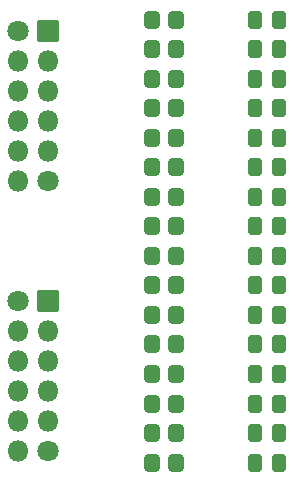
<source format=gts>
%TF.GenerationSoftware,KiCad,Pcbnew,6.0.4-6f826c9f35~116~ubuntu20.04.1*%
%TF.CreationDate,2022-04-18T14:08:09+07:00*%
%TF.ProjectId,pmod-thin-16-leds,706d6f64-2d74-4686-996e-2d31362d6c65,1.0*%
%TF.SameCoordinates,Original*%
%TF.FileFunction,Soldermask,Top*%
%TF.FilePolarity,Negative*%
%FSLAX46Y46*%
G04 Gerber Fmt 4.6, Leading zero omitted, Abs format (unit mm)*
G04 Created by KiCad (PCBNEW 6.0.4-6f826c9f35~116~ubuntu20.04.1) date 2022-04-18 14:08:09*
%MOMM*%
%LPD*%
G01*
G04 APERTURE LIST*
G04 Aperture macros list*
%AMRoundRect*
0 Rectangle with rounded corners*
0 $1 Rounding radius*
0 $2 $3 $4 $5 $6 $7 $8 $9 X,Y pos of 4 corners*
0 Add a 4 corners polygon primitive as box body*
4,1,4,$2,$3,$4,$5,$6,$7,$8,$9,$2,$3,0*
0 Add four circle primitives for the rounded corners*
1,1,$1+$1,$2,$3*
1,1,$1+$1,$4,$5*
1,1,$1+$1,$6,$7*
1,1,$1+$1,$8,$9*
0 Add four rect primitives between the rounded corners*
20,1,$1+$1,$2,$3,$4,$5,0*
20,1,$1+$1,$4,$5,$6,$7,0*
20,1,$1+$1,$6,$7,$8,$9,0*
20,1,$1+$1,$8,$9,$2,$3,0*%
G04 Aperture macros list end*
%ADD10RoundRect,0.050800X0.850000X0.850000X-0.850000X0.850000X-0.850000X-0.850000X0.850000X-0.850000X0*%
%ADD11O,1.801600X1.801600*%
%ADD12C,1.801600*%
%ADD13RoundRect,0.300800X-0.350000X-0.450000X0.350000X-0.450000X0.350000X0.450000X-0.350000X0.450000X0*%
%ADD14RoundRect,0.300800X0.325000X0.450000X-0.325000X0.450000X-0.325000X-0.450000X0.325000X-0.450000X0*%
G04 APERTURE END LIST*
D10*
%TO.C,J1*%
X102710000Y-74220000D03*
D11*
X102710000Y-76760000D03*
X102710000Y-79300000D03*
X102710000Y-81840000D03*
X102710000Y-84380000D03*
D12*
X102710000Y-86920000D03*
X100170000Y-74220000D03*
D11*
X100170000Y-76760000D03*
X100170000Y-79300000D03*
X100170000Y-81840000D03*
X100170000Y-84380000D03*
X100170000Y-86920000D03*
%TD*%
D13*
%TO.C,R5*%
X111560000Y-83250000D03*
X113560000Y-83250000D03*
%TD*%
D14*
%TO.C,D04*%
X122285000Y-80750000D03*
X120235000Y-80750000D03*
%TD*%
D13*
%TO.C,R16*%
X111560000Y-110750000D03*
X113560000Y-110750000D03*
%TD*%
%TO.C,R11*%
X111560000Y-98250000D03*
X113560000Y-98250000D03*
%TD*%
%TO.C,R2*%
X111560000Y-75750000D03*
X113560000Y-75750000D03*
%TD*%
%TO.C,R15*%
X111560000Y-108250000D03*
X113560000Y-108250000D03*
%TD*%
D14*
%TO.C,D14*%
X122285000Y-105750000D03*
X120235000Y-105750000D03*
%TD*%
%TO.C,D08*%
X122285000Y-90750000D03*
X120235000Y-90750000D03*
%TD*%
%TO.C,D01*%
X122285000Y-73250000D03*
X120235000Y-73250000D03*
%TD*%
%TO.C,D15*%
X122285000Y-108250000D03*
X120235000Y-108250000D03*
%TD*%
D13*
%TO.C,R3*%
X111560000Y-78250000D03*
X113560000Y-78250000D03*
%TD*%
%TO.C,R13*%
X111560000Y-103250000D03*
X113560000Y-103250000D03*
%TD*%
%TO.C,R7*%
X111560000Y-88250000D03*
X113560000Y-88250000D03*
%TD*%
%TO.C,R6*%
X111560000Y-85750000D03*
X113560000Y-85750000D03*
%TD*%
D14*
%TO.C,D16*%
X122285000Y-110750000D03*
X120235000Y-110750000D03*
%TD*%
%TO.C,D13*%
X122285000Y-103250000D03*
X120235000Y-103250000D03*
%TD*%
D13*
%TO.C,R12*%
X111560000Y-100750000D03*
X113560000Y-100750000D03*
%TD*%
D14*
%TO.C,D09*%
X122285000Y-93250000D03*
X120235000Y-93250000D03*
%TD*%
D13*
%TO.C,R1*%
X111560000Y-73250000D03*
X113560000Y-73250000D03*
%TD*%
%TO.C,R10*%
X111560000Y-95750000D03*
X113560000Y-95750000D03*
%TD*%
D14*
%TO.C,D02*%
X122285000Y-75750000D03*
X120235000Y-75750000D03*
%TD*%
D13*
%TO.C,R8*%
X111560000Y-90750000D03*
X113560000Y-90750000D03*
%TD*%
D14*
%TO.C,D03*%
X122285000Y-78250000D03*
X120235000Y-78250000D03*
%TD*%
%TO.C,D06*%
X122285000Y-85750000D03*
X120235000Y-85750000D03*
%TD*%
D10*
%TO.C,J2*%
X102710000Y-97080000D03*
D11*
X102710000Y-99620000D03*
X102710000Y-102160000D03*
X102710000Y-104700000D03*
X102710000Y-107240000D03*
D12*
X102710000Y-109780000D03*
X100170000Y-97080000D03*
D11*
X100170000Y-99620000D03*
X100170000Y-102160000D03*
X100170000Y-104700000D03*
X100170000Y-107240000D03*
X100170000Y-109780000D03*
%TD*%
D14*
%TO.C,D07*%
X122285000Y-88250000D03*
X120235000Y-88250000D03*
%TD*%
D13*
%TO.C,R14*%
X111560000Y-105750000D03*
X113560000Y-105750000D03*
%TD*%
D14*
%TO.C,D11*%
X122285000Y-98250000D03*
X120235000Y-98250000D03*
%TD*%
D13*
%TO.C,R9*%
X111560000Y-93250000D03*
X113560000Y-93250000D03*
%TD*%
%TO.C,R4*%
X111560000Y-80750000D03*
X113560000Y-80750000D03*
%TD*%
D14*
%TO.C,D10*%
X122285000Y-95750000D03*
X120235000Y-95750000D03*
%TD*%
%TO.C,D12*%
X122285000Y-100750000D03*
X120235000Y-100750000D03*
%TD*%
%TO.C,D05*%
X122285000Y-83250000D03*
X120235000Y-83250000D03*
%TD*%
M02*

</source>
